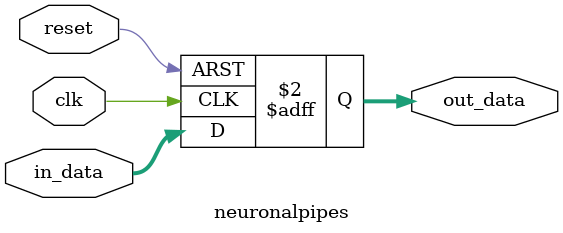
<source format=v>
module neuronalpipes (
    input             clk,
    input             reset,
    input      [31:0] in_data,
    output reg [31:0] out_data
);

always @(posedge clk or posedge reset) begin
    if (reset)
        out_data <= 32'd0;
    else
        out_data <= in_data;
end

endmodule

// 2025-12-08 09:55:00

// 2025-12-12 15:45:00

// 2025-12-17 10:24:00

// 2025-12-21 14:27:00

// 2025-12-26 09:16:00

</source>
